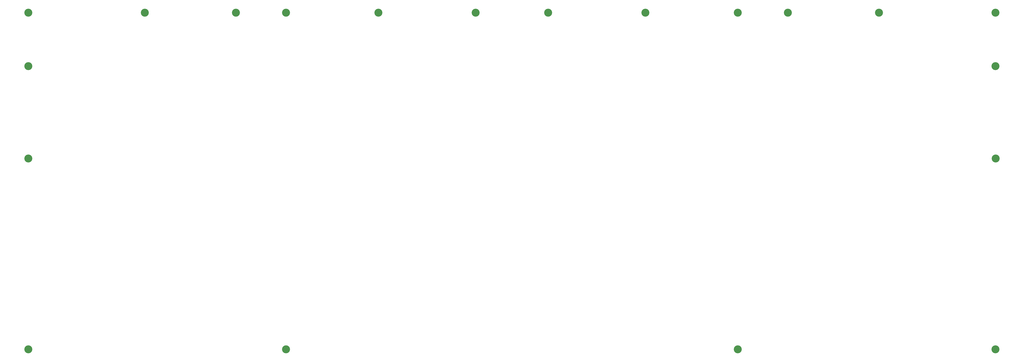
<source format=gts>
%TF.GenerationSoftware,KiCad,Pcbnew,(6.0.0)*%
%TF.CreationDate,2022-03-06T23:09:33-05:00*%
%TF.ProjectId,custom_keyboard plate v3 - map,63757374-6f6d-45f6-9b65-79626f617264,rev?*%
%TF.SameCoordinates,Original*%
%TF.FileFunction,Soldermask,Top*%
%TF.FilePolarity,Negative*%
%FSLAX46Y46*%
G04 Gerber Fmt 4.6, Leading zero omitted, Abs format (unit mm)*
G04 Created by KiCad (PCBNEW (6.0.0)) date 2022-03-06 23:09:33*
%MOMM*%
%LPD*%
G01*
G04 APERTURE LIST*
%ADD10C,3.200000*%
G04 APERTURE END LIST*
D10*
%TO.C,M3*%
X402405900Y-94153500D03*
%TD*%
%TO.C,M3*%
X402342900Y-170645500D03*
%TD*%
%TO.C,M3*%
X299161900Y-35716500D03*
%TD*%
%TO.C,M3*%
X15017300Y-170645500D03*
%TD*%
%TO.C,M3*%
X118180100Y-170645500D03*
%TD*%
%TO.C,M3*%
X319180100Y-35716500D03*
%TD*%
%TO.C,M3*%
X98180100Y-35716500D03*
%TD*%
%TO.C,M3*%
X155180100Y-35716500D03*
%TD*%
%TO.C,M3*%
X194180100Y-35716500D03*
%TD*%
%TO.C,M3*%
X15017300Y-94153500D03*
%TD*%
%TO.C,M3*%
X15017300Y-57146400D03*
%TD*%
%TO.C,M3*%
X262180100Y-35716500D03*
%TD*%
%TO.C,M3*%
X118198300Y-35716500D03*
%TD*%
%TO.C,M3*%
X15017300Y-35716500D03*
%TD*%
%TO.C,M3*%
X355680100Y-35716500D03*
%TD*%
%TO.C,M3*%
X402374400Y-57153500D03*
%TD*%
%TO.C,M3*%
X61680100Y-35716500D03*
%TD*%
%TO.C,M3*%
X223180100Y-35716500D03*
%TD*%
%TO.C,M3*%
X299180100Y-170645500D03*
%TD*%
%TO.C,M3*%
X402342900Y-35716500D03*
%TD*%
M02*

</source>
